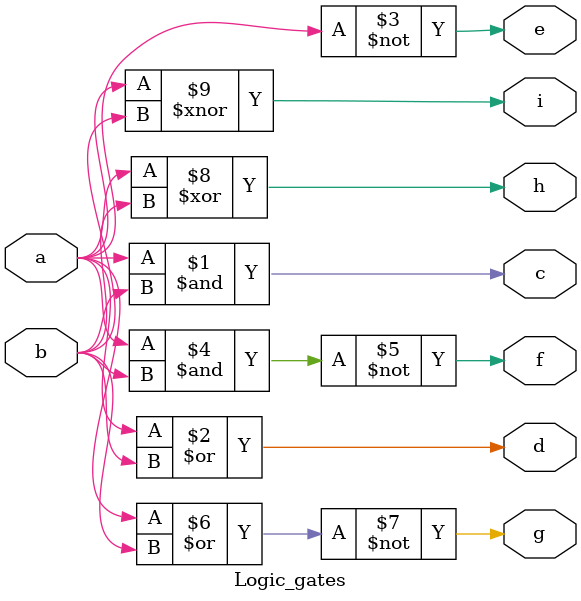
<source format=v>
`timescale 1ns / 1ps
module Logic_gates(input a,b, output c,d,e,f,g,h,i);
    assign c=a&b;
    assign d=a|b;
    assign e=~a;
    assign f=~(a&b);
    assign g=~(a|b);
    assign h=a^b;
    assign i=a~^b;
endmodule

</source>
